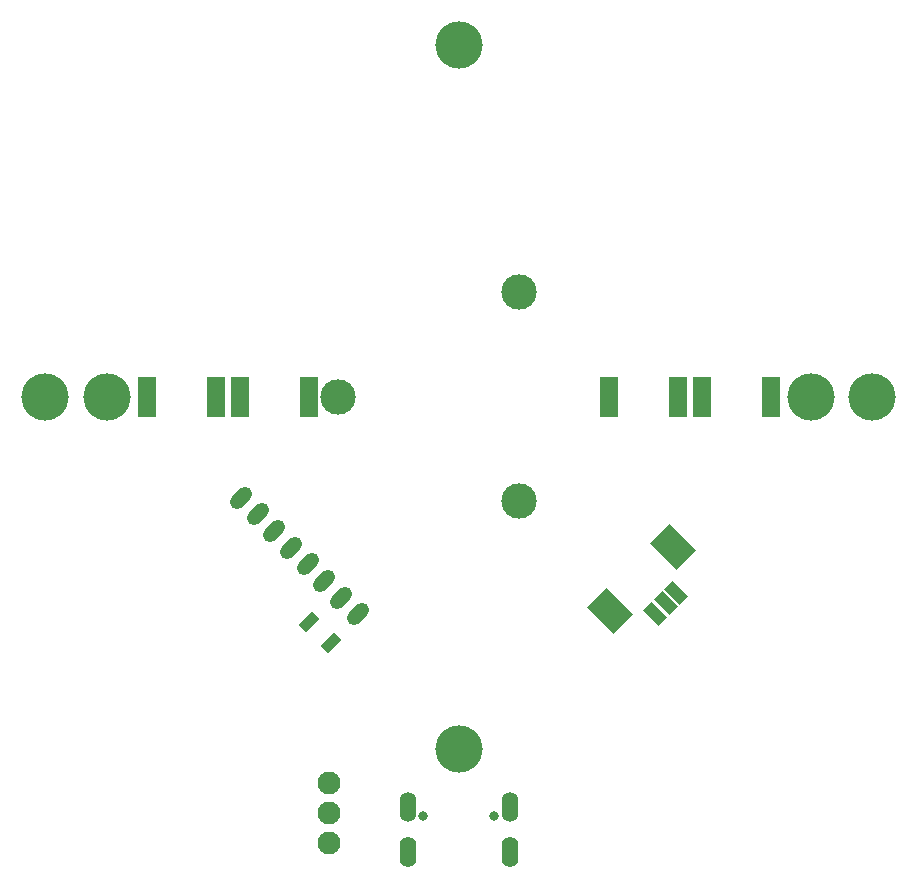
<source format=gbs>
G04*
G04 #@! TF.GenerationSoftware,Altium Limited,Altium Designer,23.1.1 (15)*
G04*
G04 Layer_Color=16711935*
%FSLAX25Y25*%
%MOIN*%
G70*
G04*
G04 #@! TF.SameCoordinates,C2BF6480-066F-44F4-8187-D28EFCB1F43C*
G04*
G04*
G04 #@! TF.FilePolarity,Negative*
G04*
G01*
G75*
%ADD113C,0.03280*%
%ADD114O,0.05524X0.10249*%
%ADD115O,0.05359X0.09918*%
%ADD116C,0.11811*%
%ADD117C,0.15748*%
%ADD118C,0.07690*%
G04:AMPARAMS|DCode=136|XSize=47.37mil|YSize=86.74mil|CornerRadius=0mil|HoleSize=0mil|Usage=FLASHONLY|Rotation=135.000|XOffset=0mil|YOffset=0mil|HoleType=Round|Shape=Round|*
%AMOVALD136*
21,1,0.03937,0.04737,0.00000,0.00000,225.0*
1,1,0.04737,0.01392,0.01392*
1,1,0.04737,-0.01392,-0.01392*
%
%ADD136OVALD136*%

G04:AMPARAMS|DCode=137|XSize=65.09mil|YSize=37.53mil|CornerRadius=0mil|HoleSize=0mil|Usage=FLASHONLY|Rotation=45.000|XOffset=0mil|YOffset=0mil|HoleType=Round|Shape=Rectangle|*
%AMROTATEDRECTD137*
4,1,4,-0.00974,-0.03628,-0.03628,-0.00974,0.00974,0.03628,0.03628,0.00974,-0.00974,-0.03628,0.0*
%
%ADD137ROTATEDRECTD137*%

%ADD138R,0.06115X0.13792*%
G04:AMPARAMS|DCode=139|XSize=39.5mil|YSize=70.99mil|CornerRadius=0mil|HoleSize=0mil|Usage=FLASHONLY|Rotation=225.000|XOffset=0mil|YOffset=0mil|HoleType=Round|Shape=Rectangle|*
%AMROTATEDRECTD139*
4,1,4,-0.01114,0.03906,0.03906,-0.01114,0.01114,-0.03906,-0.03906,0.01114,-0.01114,0.03906,0.0*
%
%ADD139ROTATEDRECTD139*%

G04:AMPARAMS|DCode=140|XSize=90.68mil|YSize=126.11mil|CornerRadius=0mil|HoleSize=0mil|Usage=FLASHONLY|Rotation=225.000|XOffset=0mil|YOffset=0mil|HoleType=Round|Shape=Rectangle|*
%AMROTATEDRECTD140*
4,1,4,-0.01253,0.07665,0.07665,-0.01253,0.01253,-0.07665,-0.07665,0.01253,-0.01253,0.07665,0.0*
%
%ADD140ROTATEDRECTD140*%

D113*
X11811Y-139764D02*
D03*
X-11811D02*
D03*
D114*
X17008Y-151969D02*
D03*
X-17008D02*
D03*
D115*
X17008Y-136909D02*
D03*
X-17008D02*
D03*
D116*
X20177Y-34949D02*
D03*
X20177Y34948D02*
D03*
X-40354Y-0D02*
D03*
D117*
X-0Y-117323D02*
D03*
X-137795Y-0D02*
D03*
X117323D02*
D03*
X-0Y117323D02*
D03*
X-117323Y-0D02*
D03*
X137795D02*
D03*
D118*
X-43307Y-148779D02*
D03*
Y-138779D02*
D03*
Y-128779D02*
D03*
D136*
X-33662Y-72637D02*
D03*
X-39230Y-67069D02*
D03*
X-44798Y-61501D02*
D03*
X-50366Y-55933D02*
D03*
X-55933Y-50366D02*
D03*
X-61501Y-44798D02*
D03*
X-67069Y-39230D02*
D03*
X-72637Y-33662D02*
D03*
D137*
X-49809Y-75191D02*
D03*
X-42710Y-82290D02*
D03*
D138*
X72933Y0D02*
D03*
X49902D02*
D03*
X104035D02*
D03*
X81004D02*
D03*
X-81004D02*
D03*
X-104035D02*
D03*
X-49902D02*
D03*
X-72933D02*
D03*
D139*
X72378Y-65418D02*
D03*
X68898Y-68898D02*
D03*
X65418Y-72378D02*
D03*
D140*
X50246Y-71403D02*
D03*
X71403Y-50246D02*
D03*
M02*

</source>
